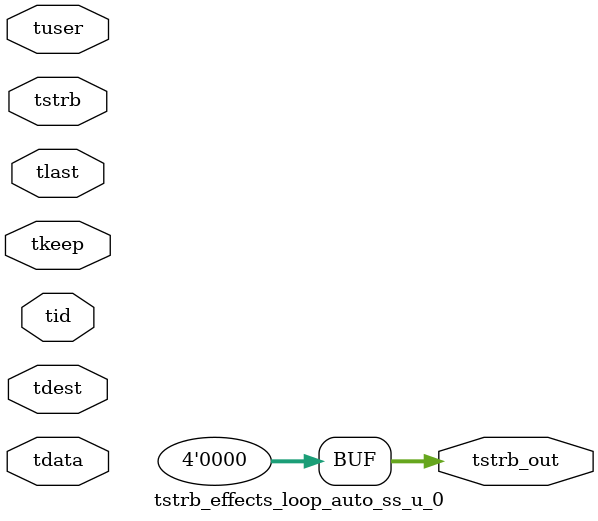
<source format=v>


`timescale 1ps/1ps

module tstrb_effects_loop_auto_ss_u_0 #
(
parameter C_S_AXIS_TDATA_WIDTH = 32,
parameter C_S_AXIS_TUSER_WIDTH = 0,
parameter C_S_AXIS_TID_WIDTH   = 0,
parameter C_S_AXIS_TDEST_WIDTH = 0,
parameter C_M_AXIS_TDATA_WIDTH = 32
)
(
input  [(C_S_AXIS_TDATA_WIDTH == 0 ? 1 : C_S_AXIS_TDATA_WIDTH)-1:0     ] tdata,
input  [(C_S_AXIS_TUSER_WIDTH == 0 ? 1 : C_S_AXIS_TUSER_WIDTH)-1:0     ] tuser,
input  [(C_S_AXIS_TID_WIDTH   == 0 ? 1 : C_S_AXIS_TID_WIDTH)-1:0       ] tid,
input  [(C_S_AXIS_TDEST_WIDTH == 0 ? 1 : C_S_AXIS_TDEST_WIDTH)-1:0     ] tdest,
input  [(C_S_AXIS_TDATA_WIDTH/8)-1:0 ] tkeep,
input  [(C_S_AXIS_TDATA_WIDTH/8)-1:0 ] tstrb,
input                                                                    tlast,
output [(C_M_AXIS_TDATA_WIDTH/8)-1:0 ] tstrb_out
);

assign tstrb_out = {1'b0};

endmodule


</source>
